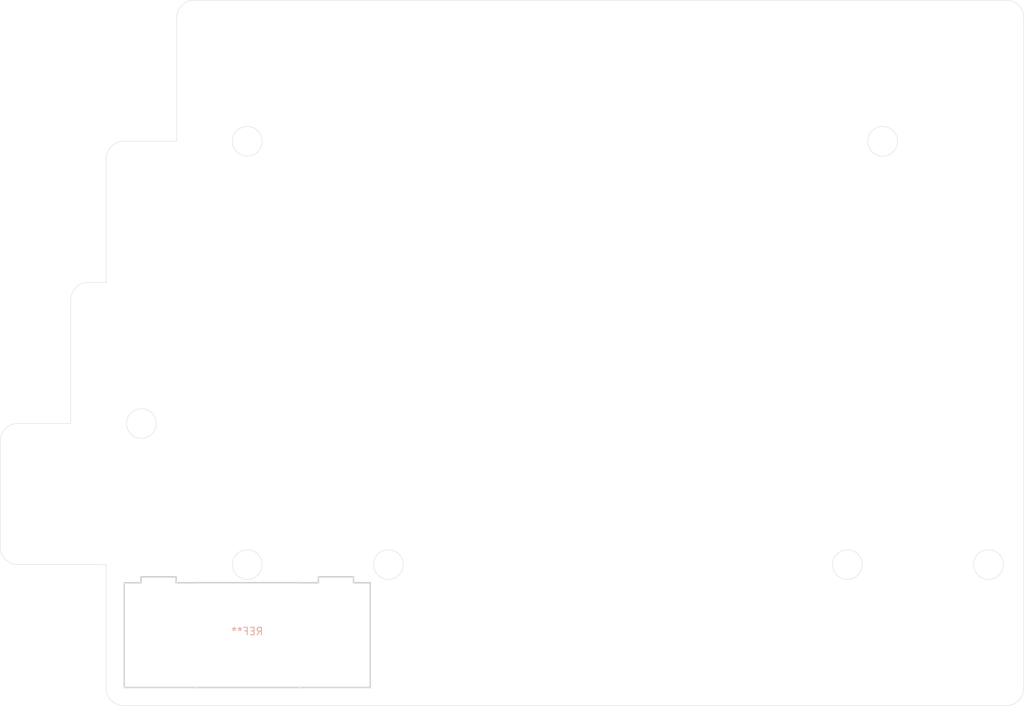
<source format=kicad_pcb>
(kicad_pcb (version 20171130) (host pcbnew 5.1.2-f72e74a~84~ubuntu18.04.1)

  (general
    (thickness 1.6)
    (drawings 29)
    (tracks 0)
    (zones 0)
    (modules 30)
    (nets 1)
  )

  (page A4)
  (layers
    (0 F.Cu signal)
    (31 B.Cu signal hide)
    (32 B.Adhes user hide)
    (33 F.Adhes user hide)
    (34 B.Paste user hide)
    (35 F.Paste user hide)
    (36 B.SilkS user hide)
    (37 F.SilkS user hide)
    (38 B.Mask user hide)
    (39 F.Mask user hide)
    (40 Dwgs.User user hide)
    (41 Cmts.User user hide)
    (42 Eco1.User user hide)
    (43 Eco2.User user hide)
    (44 Edge.Cuts user)
    (45 Margin user hide)
    (46 B.CrtYd user hide)
    (47 F.CrtYd user hide)
    (48 B.Fab user hide)
    (49 F.Fab user hide)
  )

  (setup
    (last_trace_width 0.25)
    (trace_clearance 0.2)
    (zone_clearance 0.508)
    (zone_45_only no)
    (trace_min 0.2)
    (via_size 0.8)
    (via_drill 0.4)
    (via_min_size 0.4)
    (via_min_drill 0.3)
    (uvia_size 0.3)
    (uvia_drill 0.1)
    (uvias_allowed no)
    (uvia_min_size 0.2)
    (uvia_min_drill 0.1)
    (edge_width 0.05)
    (segment_width 0.2)
    (pcb_text_width 0.3)
    (pcb_text_size 1.5 1.5)
    (mod_edge_width 0.12)
    (mod_text_size 1 1)
    (mod_text_width 0.15)
    (pad_size 1.524 1.524)
    (pad_drill 0.762)
    (pad_to_mask_clearance 0.051)
    (solder_mask_min_width 0.25)
    (aux_axis_origin 0 0)
    (visible_elements FFFFFF7F)
    (pcbplotparams
      (layerselection 0x010f0_ffffffff)
      (usegerberextensions true)
      (usegerberattributes false)
      (usegerberadvancedattributes false)
      (creategerberjobfile false)
      (excludeedgelayer true)
      (linewidth 0.100000)
      (plotframeref false)
      (viasonmask false)
      (mode 1)
      (useauxorigin false)
      (hpglpennumber 1)
      (hpglpenspeed 20)
      (hpglpendiameter 15.000000)
      (psnegative false)
      (psa4output false)
      (plotreference true)
      (plotvalue true)
      (plotinvisibletext false)
      (padsonsilk false)
      (subtractmaskfromsilk true)
      (outputformat 1)
      (mirror false)
      (drillshape 0)
      (scaleselection 1)
      (outputdirectory "../gerber-test/pcb/left/"))
  )

  (net 0 "")

  (net_class Default "これはデフォルトのネット クラスです。"
    (clearance 0.2)
    (trace_width 0.25)
    (via_dia 0.8)
    (via_drill 0.4)
    (uvia_dia 0.3)
    (uvia_drill 0.1)
  )

  (net_class Power ""
    (clearance 0.2)
    (trace_width 0.5)
    (via_dia 0.8)
    (via_drill 0.4)
    (uvia_dia 0.3)
    (uvia_drill 0.1)
  )

  (module lib:MX_CUTOFF_BackSpace (layer B.Cu) (tedit 5CF1F4FE) (tstamp 5CFEA572)
    (at 95 123.5)
    (fp_text reference REF** (at 0 -0.5) (layer B.SilkS)
      (effects (font (size 1 1) (thickness 0.15)) (justify mirror))
    )
    (fp_text value MX_CUTOFF_BackSpace (at 0 0.5) (layer B.Fab)
      (effects (font (size 1 1) (thickness 0.15)) (justify mirror))
    )
    (fp_line (start 6.985 7.061549) (end 6.989 7.061149) (layer Edge.Cuts) (width 0.2))
    (fp_line (start 6.980999 7.061149) (end 6.985 7.061549) (layer Edge.Cuts) (width 0.2))
    (fp_line (start -6.980999 7.061149) (end 6.980999 7.061149) (layer Edge.Cuts) (width 0.2))
    (fp_line (start -6.985 7.061549) (end -6.980999 7.061149) (layer Edge.Cuts) (width 0.2))
    (fp_line (start -6.989 7.061149) (end -6.985 7.061549) (layer Edge.Cuts) (width 0.2))
    (fp_line (start -7 7.06005) (end -6.989 7.061149) (layer Edge.Cuts) (width 0.2))
    (fp_line (start -7.014 7.05565) (end -7 7.06005) (layer Edge.Cuts) (width 0.2))
    (fp_line (start -7.025 7.049949) (end -7.014 7.05565) (layer Edge.Cuts) (width 0.2))
    (fp_line (start -16.497999 7.049949) (end -7.025 7.049949) (layer Edge.Cuts) (width 0.2))
    (fp_line (start -16.5 7.050149) (end -16.497999 7.049949) (layer Edge.Cuts) (width 0.2))
    (fp_line (start -16.502 7.049949) (end -16.5 7.050149) (layer Edge.Cuts) (width 0.2))
    (fp_line (start -16.509999 7.04925) (end -16.502 7.049949) (layer Edge.Cuts) (width 0.2))
    (fp_line (start -16.519 7.04635) (end -16.509999 7.04925) (layer Edge.Cuts) (width 0.2))
    (fp_line (start -16.527999 7.041749) (end -16.519 7.04635) (layer Edge.Cuts) (width 0.2))
    (fp_line (start -16.536 7.035449) (end -16.527999 7.041749) (layer Edge.Cuts) (width 0.2))
    (fp_line (start -16.542 7.02785) (end -16.536 7.035449) (layer Edge.Cuts) (width 0.2))
    (fp_line (start -16.545999 7.019149) (end -16.542 7.02785) (layer Edge.Cuts) (width 0.2))
    (fp_line (start -16.549 7.009749) (end -16.545999 7.019149) (layer Edge.Cuts) (width 0.2))
    (fp_line (start -16.55 6.999949) (end -16.549 7.009749) (layer Edge.Cuts) (width 0.2))
    (fp_line (start -16.55 6.99755) (end -16.55 6.999949) (layer Edge.Cuts) (width 0.2))
    (fp_line (start -16.55 -6.99755) (end -16.55 6.99755) (layer Edge.Cuts) (width 0.2))
    (fp_line (start -16.55 -7.00005) (end -16.55 -6.99755) (layer Edge.Cuts) (width 0.2))
    (fp_line (start -16.549 -7.00985) (end -16.55 -7.00005) (layer Edge.Cuts) (width 0.2))
    (fp_line (start -16.545999 -7.01925) (end -16.549 -7.00985) (layer Edge.Cuts) (width 0.2))
    (fp_line (start -16.542 -7.02795) (end -16.545999 -7.01925) (layer Edge.Cuts) (width 0.2))
    (fp_line (start -16.536 -7.03555) (end -16.542 -7.02795) (layer Edge.Cuts) (width 0.2))
    (fp_line (start -16.527999 -7.041849) (end -16.536 -7.03555) (layer Edge.Cuts) (width 0.2))
    (fp_line (start -16.519 -7.04645) (end -16.527999 -7.041849) (layer Edge.Cuts) (width 0.2))
    (fp_line (start -16.509999 -7.04935) (end -16.519 -7.04645) (layer Edge.Cuts) (width 0.2))
    (fp_line (start -16.502 -7.050049) (end -16.509999 -7.04935) (layer Edge.Cuts) (width 0.2))
    (fp_line (start -16.5 -7.05025) (end -16.502 -7.050049) (layer Edge.Cuts) (width 0.2))
    (fp_line (start -16.497999 -7.050049) (end -16.5 -7.05025) (layer Edge.Cuts) (width 0.2))
    (fp_line (start -14.3 -7.050049) (end -16.497999 -7.050049) (layer Edge.Cuts) (width 0.2))
    (fp_line (start -14.3 -7.768749) (end -14.3 -7.050049) (layer Edge.Cuts) (width 0.2))
    (fp_line (start -14.300999 -7.77245) (end -14.3 -7.768749) (layer Edge.Cuts) (width 0.2))
    (fp_line (start -14.299 -7.78735) (end -14.300999 -7.77245) (layer Edge.Cuts) (width 0.2))
    (fp_line (start -14.294999 -7.801749) (end -14.299 -7.78735) (layer Edge.Cuts) (width 0.2))
    (fp_line (start -14.288 -7.814949) (end -14.294999 -7.801749) (layer Edge.Cuts) (width 0.2))
    (fp_line (start -14.277999 -7.826549) (end -14.288 -7.814949) (layer Edge.Cuts) (width 0.2))
    (fp_line (start -14.267 -7.83615) (end -14.277999 -7.826549) (layer Edge.Cuts) (width 0.2))
    (fp_line (start -14.252999 -7.84315) (end -14.267 -7.83615) (layer Edge.Cuts) (width 0.2))
    (fp_line (start -14.239 -7.847549) (end -14.252999 -7.84315) (layer Edge.Cuts) (width 0.2))
    (fp_line (start -14.223999 -7.84905) (end -14.239 -7.847549) (layer Edge.Cuts) (width 0.2))
    (fp_line (start -14.22 -7.84865) (end -14.223999 -7.84905) (layer Edge.Cuts) (width 0.2))
    (fp_line (start -9.656 -7.84865) (end -14.22 -7.84865) (layer Edge.Cuts) (width 0.2))
    (fp_line (start -9.651999 -7.84905) (end -9.656 -7.84865) (layer Edge.Cuts) (width 0.2))
    (fp_line (start -9.647999 -7.84865) (end -9.651999 -7.84905) (layer Edge.Cuts) (width 0.2))
    (fp_line (start -9.637 -7.847549) (end -9.647999 -7.84865) (layer Edge.Cuts) (width 0.2))
    (fp_line (start -9.622999 -7.84315) (end -9.637 -7.847549) (layer Edge.Cuts) (width 0.2))
    (fp_line (start -9.609 -7.83615) (end -9.622999 -7.84315) (layer Edge.Cuts) (width 0.2))
    (fp_line (start -9.598 -7.826549) (end -9.609 -7.83615) (layer Edge.Cuts) (width 0.2))
    (fp_line (start -9.587999 -7.814949) (end -9.598 -7.826549) (layer Edge.Cuts) (width 0.2))
    (fp_line (start -9.580999 -7.801749) (end -9.587999 -7.814949) (layer Edge.Cuts) (width 0.2))
    (fp_line (start -9.576999 -7.78735) (end -9.580999 -7.801749) (layer Edge.Cuts) (width 0.2))
    (fp_line (start -9.574999 -7.77245) (end -9.576999 -7.78735) (layer Edge.Cuts) (width 0.2))
    (fp_line (start -9.575999 -7.768749) (end -9.574999 -7.77245) (layer Edge.Cuts) (width 0.2))
    (fp_line (start -9.575999 -7.050049) (end -9.575999 -7.768749) (layer Edge.Cuts) (width 0.2))
    (fp_line (start -7.025 -7.050049) (end -9.575999 -7.050049) (layer Edge.Cuts) (width 0.2))
    (fp_line (start -7.014 -7.05575) (end -7.025 -7.050049) (layer Edge.Cuts) (width 0.2))
    (fp_line (start -7 -7.06015) (end -7.014 -7.05575) (layer Edge.Cuts) (width 0.2))
    (fp_line (start -6.985 -7.06165) (end -7 -7.06015) (layer Edge.Cuts) (width 0.2))
    (fp_line (start -6.980999 -7.06125) (end -6.985 -7.06165) (layer Edge.Cuts) (width 0.2))
    (fp_line (start 6.980999 -7.06125) (end -6.980999 -7.06125) (layer Edge.Cuts) (width 0.2))
    (fp_line (start 6.985 -7.06165) (end 6.980999 -7.06125) (layer Edge.Cuts) (width 0.2))
    (fp_line (start 6.989 -7.06125) (end 6.985 -7.06165) (layer Edge.Cuts) (width 0.2))
    (fp_line (start 7 -7.06015) (end 6.989 -7.06125) (layer Edge.Cuts) (width 0.2))
    (fp_line (start 7.014 -7.05575) (end 7 -7.06015) (layer Edge.Cuts) (width 0.2))
    (fp_line (start 7.025 -7.050049) (end 7.014 -7.05575) (layer Edge.Cuts) (width 0.2))
    (fp_line (start 9.575999 -7.050049) (end 7.025 -7.050049) (layer Edge.Cuts) (width 0.2))
    (fp_line (start 9.575999 -7.768749) (end 9.575999 -7.050049) (layer Edge.Cuts) (width 0.2))
    (fp_line (start 9.574999 -7.77245) (end 9.575999 -7.768749) (layer Edge.Cuts) (width 0.2))
    (fp_line (start 9.576999 -7.78735) (end 9.574999 -7.77245) (layer Edge.Cuts) (width 0.2))
    (fp_line (start 9.580999 -7.801749) (end 9.576999 -7.78735) (layer Edge.Cuts) (width 0.2))
    (fp_line (start 9.587999 -7.814949) (end 9.580999 -7.801749) (layer Edge.Cuts) (width 0.2))
    (fp_line (start 9.598 -7.826549) (end 9.587999 -7.814949) (layer Edge.Cuts) (width 0.2))
    (fp_line (start 9.609 -7.83615) (end 9.598 -7.826549) (layer Edge.Cuts) (width 0.2))
    (fp_line (start 9.622999 -7.84315) (end 9.609 -7.83615) (layer Edge.Cuts) (width 0.2))
    (fp_line (start 9.637 -7.847549) (end 9.622999 -7.84315) (layer Edge.Cuts) (width 0.2))
    (fp_line (start 9.651999 -7.84905) (end 9.637 -7.847549) (layer Edge.Cuts) (width 0.2))
    (fp_line (start 9.656 -7.84865) (end 9.651999 -7.84905) (layer Edge.Cuts) (width 0.2))
    (fp_line (start 14.22 -7.84865) (end 9.656 -7.84865) (layer Edge.Cuts) (width 0.2))
    (fp_line (start 14.223999 -7.84905) (end 14.22 -7.84865) (layer Edge.Cuts) (width 0.2))
    (fp_line (start 14.228 -7.84865) (end 14.223999 -7.84905) (layer Edge.Cuts) (width 0.2))
    (fp_line (start 14.239 -7.847549) (end 14.228 -7.84865) (layer Edge.Cuts) (width 0.2))
    (fp_line (start 14.252999 -7.84315) (end 14.239 -7.847549) (layer Edge.Cuts) (width 0.2))
    (fp_line (start 14.267 -7.83615) (end 14.252999 -7.84315) (layer Edge.Cuts) (width 0.2))
    (fp_line (start 14.277999 -7.826549) (end 14.267 -7.83615) (layer Edge.Cuts) (width 0.2))
    (fp_line (start 14.288 -7.814949) (end 14.277999 -7.826549) (layer Edge.Cuts) (width 0.2))
    (fp_line (start 14.294999 -7.801749) (end 14.288 -7.814949) (layer Edge.Cuts) (width 0.2))
    (fp_line (start 14.299 -7.78735) (end 14.294999 -7.801749) (layer Edge.Cuts) (width 0.2))
    (fp_line (start 14.300999 -7.77245) (end 14.299 -7.78735) (layer Edge.Cuts) (width 0.2))
    (fp_line (start 14.3 -7.768749) (end 14.300999 -7.77245) (layer Edge.Cuts) (width 0.2))
    (fp_line (start 14.3 -7.050049) (end 14.3 -7.768749) (layer Edge.Cuts) (width 0.2))
    (fp_line (start 16.497999 -7.050049) (end 14.3 -7.050049) (layer Edge.Cuts) (width 0.2))
    (fp_line (start 16.5 -7.05025) (end 16.497999 -7.050049) (layer Edge.Cuts) (width 0.2))
    (fp_line (start 16.502 -7.050049) (end 16.5 -7.05025) (layer Edge.Cuts) (width 0.2))
    (fp_line (start 16.509999 -7.04935) (end 16.502 -7.050049) (layer Edge.Cuts) (width 0.2))
    (fp_line (start 16.519 -7.04645) (end 16.509999 -7.04935) (layer Edge.Cuts) (width 0.2))
    (fp_line (start 16.527999 -7.041849) (end 16.519 -7.04645) (layer Edge.Cuts) (width 0.2))
    (fp_line (start 16.536 -7.03555) (end 16.527999 -7.041849) (layer Edge.Cuts) (width 0.2))
    (fp_line (start 16.542 -7.02795) (end 16.536 -7.03555) (layer Edge.Cuts) (width 0.2))
    (fp_line (start 16.545999 -7.01925) (end 16.542 -7.02795) (layer Edge.Cuts) (width 0.2))
    (fp_line (start 16.549 -7.00985) (end 16.545999 -7.01925) (layer Edge.Cuts) (width 0.2))
    (fp_line (start 16.55 -7.00005) (end 16.549 -7.00985) (layer Edge.Cuts) (width 0.2))
    (fp_line (start 16.55 -6.99765) (end 16.55 -7.00005) (layer Edge.Cuts) (width 0.2))
    (fp_line (start 16.55 6.99755) (end 16.55 -6.99765) (layer Edge.Cuts) (width 0.2))
    (fp_line (start 16.55 6.999949) (end 16.55 6.99755) (layer Edge.Cuts) (width 0.2))
    (fp_line (start 16.549 7.009749) (end 16.55 6.999949) (layer Edge.Cuts) (width 0.2))
    (fp_line (start 16.545999 7.019149) (end 16.549 7.009749) (layer Edge.Cuts) (width 0.2))
    (fp_line (start 16.542 7.02785) (end 16.545999 7.019149) (layer Edge.Cuts) (width 0.2))
    (fp_line (start 16.536 7.035449) (end 16.542 7.02785) (layer Edge.Cuts) (width 0.2))
    (fp_line (start 16.527999 7.041749) (end 16.536 7.035449) (layer Edge.Cuts) (width 0.2))
    (fp_line (start 16.519 7.04635) (end 16.527999 7.041749) (layer Edge.Cuts) (width 0.2))
    (fp_line (start 16.509999 7.04925) (end 16.519 7.04635) (layer Edge.Cuts) (width 0.2))
    (fp_line (start 16.502 7.049949) (end 16.509999 7.04925) (layer Edge.Cuts) (width 0.2))
    (fp_line (start 16.5 7.050149) (end 16.502 7.049949) (layer Edge.Cuts) (width 0.2))
    (fp_line (start 16.497999 7.049949) (end 16.5 7.050149) (layer Edge.Cuts) (width 0.2))
    (fp_line (start 7.025 7.049949) (end 16.497999 7.049949) (layer Edge.Cuts) (width 0.2))
    (fp_line (start 7.014 7.05565) (end 7.025 7.049949) (layer Edge.Cuts) (width 0.2))
    (fp_line (start 7 7.06005) (end 7.014 7.05565) (layer Edge.Cuts) (width 0.2))
    (fp_line (start 6.989 7.061149) (end 7 7.06005) (layer Edge.Cuts) (width 0.2))
  )

  (module lib:MX_CUTOUT_min_dril_1mm (layer B.Cu) (tedit 5CF53254) (tstamp 5CFEA33E)
    (at 95 47.5 180)
    (fp_text reference MX_CUTOUT (at 0 -1.5) (layer B.SilkS) hide
      (effects (font (size 1 1) (thickness 0.15)) (justify mirror))
    )
    (fp_text value VAL** (at 0 0) (layer B.SilkS) hide
      (effects (font (size 1 1) (thickness 0.15)) (justify mirror))
    )
    (fp_line (start -7 7) (end 7 7) (layer Dwgs.User) (width 0.12))
    (fp_line (start 7 7) (end 7 -7) (layer Dwgs.User) (width 0.12))
    (fp_line (start 7 -7) (end -7 -7) (layer Dwgs.User) (width 0.12))
    (fp_line (start -7 -7) (end -7 7) (layer Dwgs.User) (width 0.12))
    (pad "" np_thru_hole circle (at -6.75 6.75 180) (size 1 1) (drill 1) (layers *.Cu *.Mask))
    (pad "" np_thru_hole circle (at 6.75 6.75 180) (size 1 1) (drill 1) (layers *.Cu *.Mask))
    (pad "" np_thru_hole circle (at 6.75 -6.75 180) (size 1 1) (drill 1) (layers *.Cu *.Mask))
    (pad "" np_thru_hole circle (at -6.75 -6.75 180) (size 1 1) (drill 1) (layers *.Cu *.Mask))
    (pad "" np_thru_hole oval (at 0 6.5 180) (size 14 1) (drill oval 14 1) (layers *.Cu *.Mask))
    (pad "" np_thru_hole oval (at 0 -6.5 180) (size 14 1) (drill oval 14 1) (layers *.Cu *.Mask))
    (pad "" np_thru_hole oval (at -6.5 0 90) (size 14 1) (drill oval 14 1) (layers *.Cu *.Mask))
    (pad "" np_thru_hole oval (at 6.5 0 90) (size 14 1) (drill oval 14 1) (layers *.Cu *.Mask))
  )

  (module lib:MX_CUTOUT_min_dril_1mm (layer B.Cu) (tedit 5CF53254) (tstamp 5CFEA320)
    (at 114 47.5 180)
    (fp_text reference MX_CUTOUT (at 0 -1.5) (layer B.SilkS) hide
      (effects (font (size 1 1) (thickness 0.15)) (justify mirror))
    )
    (fp_text value VAL** (at 0 0) (layer B.SilkS) hide
      (effects (font (size 1 1) (thickness 0.15)) (justify mirror))
    )
    (fp_line (start -7 -7) (end -7 7) (layer Dwgs.User) (width 0.12))
    (fp_line (start 7 -7) (end -7 -7) (layer Dwgs.User) (width 0.12))
    (fp_line (start 7 7) (end 7 -7) (layer Dwgs.User) (width 0.12))
    (fp_line (start -7 7) (end 7 7) (layer Dwgs.User) (width 0.12))
    (pad "" np_thru_hole oval (at 6.5 0 90) (size 14 1) (drill oval 14 1) (layers *.Cu *.Mask))
    (pad "" np_thru_hole oval (at -6.5 0 90) (size 14 1) (drill oval 14 1) (layers *.Cu *.Mask))
    (pad "" np_thru_hole oval (at 0 -6.5 180) (size 14 1) (drill oval 14 1) (layers *.Cu *.Mask))
    (pad "" np_thru_hole oval (at 0 6.5 180) (size 14 1) (drill oval 14 1) (layers *.Cu *.Mask))
    (pad "" np_thru_hole circle (at -6.75 -6.75 180) (size 1 1) (drill 1) (layers *.Cu *.Mask))
    (pad "" np_thru_hole circle (at 6.75 -6.75 180) (size 1 1) (drill 1) (layers *.Cu *.Mask))
    (pad "" np_thru_hole circle (at 6.75 6.75 180) (size 1 1) (drill 1) (layers *.Cu *.Mask))
    (pad "" np_thru_hole circle (at -6.75 6.75 180) (size 1 1) (drill 1) (layers *.Cu *.Mask))
  )

  (module lib:MX_CUTOUT_min_dril_1mm (layer B.Cu) (tedit 5CF53254) (tstamp 5CFEA20B)
    (at 85.5 66.5 180)
    (fp_text reference MX_CUTOUT (at 0 -1.5) (layer B.SilkS) hide
      (effects (font (size 1 1) (thickness 0.15)) (justify mirror))
    )
    (fp_text value VAL** (at 0 0) (layer B.SilkS) hide
      (effects (font (size 1 1) (thickness 0.15)) (justify mirror))
    )
    (fp_line (start -7 7) (end 7 7) (layer Dwgs.User) (width 0.12))
    (fp_line (start 7 7) (end 7 -7) (layer Dwgs.User) (width 0.12))
    (fp_line (start 7 -7) (end -7 -7) (layer Dwgs.User) (width 0.12))
    (fp_line (start -7 -7) (end -7 7) (layer Dwgs.User) (width 0.12))
    (pad "" np_thru_hole circle (at -6.75 6.75 180) (size 1 1) (drill 1) (layers *.Cu *.Mask))
    (pad "" np_thru_hole circle (at 6.75 6.75 180) (size 1 1) (drill 1) (layers *.Cu *.Mask))
    (pad "" np_thru_hole circle (at 6.75 -6.75 180) (size 1 1) (drill 1) (layers *.Cu *.Mask))
    (pad "" np_thru_hole circle (at -6.75 -6.75 180) (size 1 1) (drill 1) (layers *.Cu *.Mask))
    (pad "" np_thru_hole oval (at 0 6.5 180) (size 14 1) (drill oval 14 1) (layers *.Cu *.Mask))
    (pad "" np_thru_hole oval (at 0 -6.5 180) (size 14 1) (drill oval 14 1) (layers *.Cu *.Mask))
    (pad "" np_thru_hole oval (at -6.5 0 90) (size 14 1) (drill oval 14 1) (layers *.Cu *.Mask))
    (pad "" np_thru_hole oval (at 6.5 0 90) (size 14 1) (drill oval 14 1) (layers *.Cu *.Mask))
  )

  (module lib:MX_CUTOUT_min_dril_1mm (layer B.Cu) (tedit 5CF53254) (tstamp 5CFEA1ED)
    (at 104.5 66.5 180)
    (fp_text reference MX_CUTOUT (at 0 -1.5) (layer B.SilkS) hide
      (effects (font (size 1 1) (thickness 0.15)) (justify mirror))
    )
    (fp_text value VAL** (at 0 0) (layer B.SilkS) hide
      (effects (font (size 1 1) (thickness 0.15)) (justify mirror))
    )
    (fp_line (start -7 -7) (end -7 7) (layer Dwgs.User) (width 0.12))
    (fp_line (start 7 -7) (end -7 -7) (layer Dwgs.User) (width 0.12))
    (fp_line (start 7 7) (end 7 -7) (layer Dwgs.User) (width 0.12))
    (fp_line (start -7 7) (end 7 7) (layer Dwgs.User) (width 0.12))
    (pad "" np_thru_hole oval (at 6.5 0 90) (size 14 1) (drill oval 14 1) (layers *.Cu *.Mask))
    (pad "" np_thru_hole oval (at -6.5 0 90) (size 14 1) (drill oval 14 1) (layers *.Cu *.Mask))
    (pad "" np_thru_hole oval (at 0 -6.5 180) (size 14 1) (drill oval 14 1) (layers *.Cu *.Mask))
    (pad "" np_thru_hole oval (at 0 6.5 180) (size 14 1) (drill oval 14 1) (layers *.Cu *.Mask))
    (pad "" np_thru_hole circle (at -6.75 -6.75 180) (size 1 1) (drill 1) (layers *.Cu *.Mask))
    (pad "" np_thru_hole circle (at 6.75 -6.75 180) (size 1 1) (drill 1) (layers *.Cu *.Mask))
    (pad "" np_thru_hole circle (at 6.75 6.75 180) (size 1 1) (drill 1) (layers *.Cu *.Mask))
    (pad "" np_thru_hole circle (at -6.75 6.75 180) (size 1 1) (drill 1) (layers *.Cu *.Mask))
  )

  (module lib:MX_CUTOUT_min_dril_1mm (layer B.Cu) (tedit 5CF53254) (tstamp 5CFEA1A1)
    (at 123.5 66.5 180)
    (fp_text reference MX_CUTOUT (at 0 -1.5) (layer B.SilkS) hide
      (effects (font (size 1 1) (thickness 0.15)) (justify mirror))
    )
    (fp_text value VAL** (at 0 0) (layer B.SilkS) hide
      (effects (font (size 1 1) (thickness 0.15)) (justify mirror))
    )
    (fp_line (start -7 -7) (end -7 7) (layer Dwgs.User) (width 0.12))
    (fp_line (start 7 -7) (end -7 -7) (layer Dwgs.User) (width 0.12))
    (fp_line (start 7 7) (end 7 -7) (layer Dwgs.User) (width 0.12))
    (fp_line (start -7 7) (end 7 7) (layer Dwgs.User) (width 0.12))
    (pad "" np_thru_hole oval (at 6.5 0 90) (size 14 1) (drill oval 14 1) (layers *.Cu *.Mask))
    (pad "" np_thru_hole oval (at -6.5 0 90) (size 14 1) (drill oval 14 1) (layers *.Cu *.Mask))
    (pad "" np_thru_hole oval (at 0 -6.5 180) (size 14 1) (drill oval 14 1) (layers *.Cu *.Mask))
    (pad "" np_thru_hole oval (at 0 6.5 180) (size 14 1) (drill oval 14 1) (layers *.Cu *.Mask))
    (pad "" np_thru_hole circle (at -6.75 -6.75 180) (size 1 1) (drill 1) (layers *.Cu *.Mask))
    (pad "" np_thru_hole circle (at 6.75 -6.75 180) (size 1 1) (drill 1) (layers *.Cu *.Mask))
    (pad "" np_thru_hole circle (at 6.75 6.75 180) (size 1 1) (drill 1) (layers *.Cu *.Mask))
    (pad "" np_thru_hole circle (at -6.75 6.75 180) (size 1 1) (drill 1) (layers *.Cu *.Mask))
  )

  (module lib:MX_CUTOUT_min_dril_1mm (layer B.Cu) (tedit 5CF53254) (tstamp 5CFEA08E)
    (at 80.75 85.5 180)
    (fp_text reference MX_CUTOUT (at 0 -1.5) (layer B.SilkS) hide
      (effects (font (size 1 1) (thickness 0.15)) (justify mirror))
    )
    (fp_text value VAL** (at 0 0) (layer B.SilkS) hide
      (effects (font (size 1 1) (thickness 0.15)) (justify mirror))
    )
    (fp_line (start -7 7) (end 7 7) (layer Dwgs.User) (width 0.12))
    (fp_line (start 7 7) (end 7 -7) (layer Dwgs.User) (width 0.12))
    (fp_line (start 7 -7) (end -7 -7) (layer Dwgs.User) (width 0.12))
    (fp_line (start -7 -7) (end -7 7) (layer Dwgs.User) (width 0.12))
    (pad "" np_thru_hole circle (at -6.75 6.75 180) (size 1 1) (drill 1) (layers *.Cu *.Mask))
    (pad "" np_thru_hole circle (at 6.75 6.75 180) (size 1 1) (drill 1) (layers *.Cu *.Mask))
    (pad "" np_thru_hole circle (at 6.75 -6.75 180) (size 1 1) (drill 1) (layers *.Cu *.Mask))
    (pad "" np_thru_hole circle (at -6.75 -6.75 180) (size 1 1) (drill 1) (layers *.Cu *.Mask))
    (pad "" np_thru_hole oval (at 0 6.5 180) (size 14 1) (drill oval 14 1) (layers *.Cu *.Mask))
    (pad "" np_thru_hole oval (at 0 -6.5 180) (size 14 1) (drill oval 14 1) (layers *.Cu *.Mask))
    (pad "" np_thru_hole oval (at -6.5 0 90) (size 14 1) (drill oval 14 1) (layers *.Cu *.Mask))
    (pad "" np_thru_hole oval (at 6.5 0 90) (size 14 1) (drill oval 14 1) (layers *.Cu *.Mask))
  )

  (module lib:MX_CUTOUT_min_dril_1mm (layer B.Cu) (tedit 5CF53254) (tstamp 5CFEA070)
    (at 71.25 104.5 180)
    (fp_text reference MX_CUTOUT (at 0 -1.5) (layer B.SilkS) hide
      (effects (font (size 1 1) (thickness 0.15)) (justify mirror))
    )
    (fp_text value VAL** (at 0 0) (layer B.SilkS) hide
      (effects (font (size 1 1) (thickness 0.15)) (justify mirror))
    )
    (fp_line (start -7 -7) (end -7 7) (layer Dwgs.User) (width 0.12))
    (fp_line (start 7 -7) (end -7 -7) (layer Dwgs.User) (width 0.12))
    (fp_line (start 7 7) (end 7 -7) (layer Dwgs.User) (width 0.12))
    (fp_line (start -7 7) (end 7 7) (layer Dwgs.User) (width 0.12))
    (pad "" np_thru_hole oval (at 6.5 0 90) (size 14 1) (drill oval 14 1) (layers *.Cu *.Mask))
    (pad "" np_thru_hole oval (at -6.5 0 90) (size 14 1) (drill oval 14 1) (layers *.Cu *.Mask))
    (pad "" np_thru_hole oval (at 0 -6.5 180) (size 14 1) (drill oval 14 1) (layers *.Cu *.Mask))
    (pad "" np_thru_hole oval (at 0 6.5 180) (size 14 1) (drill oval 14 1) (layers *.Cu *.Mask))
    (pad "" np_thru_hole circle (at -6.75 -6.75 180) (size 1 1) (drill 1) (layers *.Cu *.Mask))
    (pad "" np_thru_hole circle (at 6.75 -6.75 180) (size 1 1) (drill 1) (layers *.Cu *.Mask))
    (pad "" np_thru_hole circle (at 6.75 6.75 180) (size 1 1) (drill 1) (layers *.Cu *.Mask))
    (pad "" np_thru_hole circle (at -6.75 6.75 180) (size 1 1) (drill 1) (layers *.Cu *.Mask))
  )

  (module lib:MX_CUTOUT_min_dril_1mm (layer B.Cu) (tedit 5CF53254) (tstamp 5CFEA052)
    (at 118.75 85.5 180)
    (fp_text reference MX_CUTOUT (at 0 -1.5) (layer B.SilkS) hide
      (effects (font (size 1 1) (thickness 0.15)) (justify mirror))
    )
    (fp_text value VAL** (at 0 0) (layer B.SilkS) hide
      (effects (font (size 1 1) (thickness 0.15)) (justify mirror))
    )
    (fp_line (start -7 7) (end 7 7) (layer Dwgs.User) (width 0.12))
    (fp_line (start 7 7) (end 7 -7) (layer Dwgs.User) (width 0.12))
    (fp_line (start 7 -7) (end -7 -7) (layer Dwgs.User) (width 0.12))
    (fp_line (start -7 -7) (end -7 7) (layer Dwgs.User) (width 0.12))
    (pad "" np_thru_hole circle (at -6.75 6.75 180) (size 1 1) (drill 1) (layers *.Cu *.Mask))
    (pad "" np_thru_hole circle (at 6.75 6.75 180) (size 1 1) (drill 1) (layers *.Cu *.Mask))
    (pad "" np_thru_hole circle (at 6.75 -6.75 180) (size 1 1) (drill 1) (layers *.Cu *.Mask))
    (pad "" np_thru_hole circle (at -6.75 -6.75 180) (size 1 1) (drill 1) (layers *.Cu *.Mask))
    (pad "" np_thru_hole oval (at 0 6.5 180) (size 14 1) (drill oval 14 1) (layers *.Cu *.Mask))
    (pad "" np_thru_hole oval (at 0 -6.5 180) (size 14 1) (drill oval 14 1) (layers *.Cu *.Mask))
    (pad "" np_thru_hole oval (at -6.5 0 90) (size 14 1) (drill oval 14 1) (layers *.Cu *.Mask))
    (pad "" np_thru_hole oval (at 6.5 0 90) (size 14 1) (drill oval 14 1) (layers *.Cu *.Mask))
  )

  (module lib:MX_CUTOUT_min_dril_1mm (layer B.Cu) (tedit 5CF53254) (tstamp 5CFEA034)
    (at 99.75 85.5 180)
    (fp_text reference MX_CUTOUT (at 0 -1.5) (layer B.SilkS) hide
      (effects (font (size 1 1) (thickness 0.15)) (justify mirror))
    )
    (fp_text value VAL** (at 0 0) (layer B.SilkS) hide
      (effects (font (size 1 1) (thickness 0.15)) (justify mirror))
    )
    (fp_line (start -7 -7) (end -7 7) (layer Dwgs.User) (width 0.12))
    (fp_line (start 7 -7) (end -7 -7) (layer Dwgs.User) (width 0.12))
    (fp_line (start 7 7) (end 7 -7) (layer Dwgs.User) (width 0.12))
    (fp_line (start -7 7) (end 7 7) (layer Dwgs.User) (width 0.12))
    (pad "" np_thru_hole oval (at 6.5 0 90) (size 14 1) (drill oval 14 1) (layers *.Cu *.Mask))
    (pad "" np_thru_hole oval (at -6.5 0 90) (size 14 1) (drill oval 14 1) (layers *.Cu *.Mask))
    (pad "" np_thru_hole oval (at 0 -6.5 180) (size 14 1) (drill oval 14 1) (layers *.Cu *.Mask))
    (pad "" np_thru_hole oval (at 0 6.5 180) (size 14 1) (drill oval 14 1) (layers *.Cu *.Mask))
    (pad "" np_thru_hole circle (at -6.75 -6.75 180) (size 1 1) (drill 1) (layers *.Cu *.Mask))
    (pad "" np_thru_hole circle (at 6.75 -6.75 180) (size 1 1) (drill 1) (layers *.Cu *.Mask))
    (pad "" np_thru_hole circle (at 6.75 6.75 180) (size 1 1) (drill 1) (layers *.Cu *.Mask))
    (pad "" np_thru_hole circle (at -6.75 6.75 180) (size 1 1) (drill 1) (layers *.Cu *.Mask))
  )

  (module lib:MX_CUTOUT_min_dril_1mm (layer B.Cu) (tedit 5CF53254) (tstamp 5CFEA016)
    (at 90.25 104.5 180)
    (fp_text reference MX_CUTOUT (at 0 -1.5) (layer B.SilkS) hide
      (effects (font (size 1 1) (thickness 0.15)) (justify mirror))
    )
    (fp_text value VAL** (at 0 0) (layer B.SilkS) hide
      (effects (font (size 1 1) (thickness 0.15)) (justify mirror))
    )
    (fp_line (start -7 7) (end 7 7) (layer Dwgs.User) (width 0.12))
    (fp_line (start 7 7) (end 7 -7) (layer Dwgs.User) (width 0.12))
    (fp_line (start 7 -7) (end -7 -7) (layer Dwgs.User) (width 0.12))
    (fp_line (start -7 -7) (end -7 7) (layer Dwgs.User) (width 0.12))
    (pad "" np_thru_hole circle (at -6.75 6.75 180) (size 1 1) (drill 1) (layers *.Cu *.Mask))
    (pad "" np_thru_hole circle (at 6.75 6.75 180) (size 1 1) (drill 1) (layers *.Cu *.Mask))
    (pad "" np_thru_hole circle (at 6.75 -6.75 180) (size 1 1) (drill 1) (layers *.Cu *.Mask))
    (pad "" np_thru_hole circle (at -6.75 -6.75 180) (size 1 1) (drill 1) (layers *.Cu *.Mask))
    (pad "" np_thru_hole oval (at 0 6.5 180) (size 14 1) (drill oval 14 1) (layers *.Cu *.Mask))
    (pad "" np_thru_hole oval (at 0 -6.5 180) (size 14 1) (drill oval 14 1) (layers *.Cu *.Mask))
    (pad "" np_thru_hole oval (at -6.5 0 90) (size 14 1) (drill oval 14 1) (layers *.Cu *.Mask))
    (pad "" np_thru_hole oval (at 6.5 0 90) (size 14 1) (drill oval 14 1) (layers *.Cu *.Mask))
  )

  (module lib:MX_CUTOUT_min_dril_1mm (layer B.Cu) (tedit 5CF53254) (tstamp 5CFE9FF8)
    (at 109.25 104.5 180)
    (fp_text reference MX_CUTOUT (at 0 -1.5) (layer B.SilkS) hide
      (effects (font (size 1 1) (thickness 0.15)) (justify mirror))
    )
    (fp_text value VAL** (at 0 0) (layer B.SilkS) hide
      (effects (font (size 1 1) (thickness 0.15)) (justify mirror))
    )
    (fp_line (start -7 -7) (end -7 7) (layer Dwgs.User) (width 0.12))
    (fp_line (start 7 -7) (end -7 -7) (layer Dwgs.User) (width 0.12))
    (fp_line (start 7 7) (end 7 -7) (layer Dwgs.User) (width 0.12))
    (fp_line (start -7 7) (end 7 7) (layer Dwgs.User) (width 0.12))
    (pad "" np_thru_hole oval (at 6.5 0 90) (size 14 1) (drill oval 14 1) (layers *.Cu *.Mask))
    (pad "" np_thru_hole oval (at -6.5 0 90) (size 14 1) (drill oval 14 1) (layers *.Cu *.Mask))
    (pad "" np_thru_hole oval (at 0 -6.5 180) (size 14 1) (drill oval 14 1) (layers *.Cu *.Mask))
    (pad "" np_thru_hole oval (at 0 6.5 180) (size 14 1) (drill oval 14 1) (layers *.Cu *.Mask))
    (pad "" np_thru_hole circle (at -6.75 -6.75 180) (size 1 1) (drill 1) (layers *.Cu *.Mask))
    (pad "" np_thru_hole circle (at 6.75 -6.75 180) (size 1 1) (drill 1) (layers *.Cu *.Mask))
    (pad "" np_thru_hole circle (at 6.75 6.75 180) (size 1 1) (drill 1) (layers *.Cu *.Mask))
    (pad "" np_thru_hole circle (at -6.75 6.75 180) (size 1 1) (drill 1) (layers *.Cu *.Mask))
  )

  (module lib:MX_CUTOUT_min_dril_1mm (layer B.Cu) (tedit 5CF53254) (tstamp 5CFE9FDA)
    (at 128.25 104.5 180)
    (fp_text reference MX_CUTOUT (at 0 -1.5) (layer B.SilkS) hide
      (effects (font (size 1 1) (thickness 0.15)) (justify mirror))
    )
    (fp_text value VAL** (at 0 0) (layer B.SilkS) hide
      (effects (font (size 1 1) (thickness 0.15)) (justify mirror))
    )
    (fp_line (start -7 7) (end 7 7) (layer Dwgs.User) (width 0.12))
    (fp_line (start 7 7) (end 7 -7) (layer Dwgs.User) (width 0.12))
    (fp_line (start 7 -7) (end -7 -7) (layer Dwgs.User) (width 0.12))
    (fp_line (start -7 -7) (end -7 7) (layer Dwgs.User) (width 0.12))
    (pad "" np_thru_hole circle (at -6.75 6.75 180) (size 1 1) (drill 1) (layers *.Cu *.Mask))
    (pad "" np_thru_hole circle (at 6.75 6.75 180) (size 1 1) (drill 1) (layers *.Cu *.Mask))
    (pad "" np_thru_hole circle (at 6.75 -6.75 180) (size 1 1) (drill 1) (layers *.Cu *.Mask))
    (pad "" np_thru_hole circle (at -6.75 -6.75 180) (size 1 1) (drill 1) (layers *.Cu *.Mask))
    (pad "" np_thru_hole oval (at 0 6.5 180) (size 14 1) (drill oval 14 1) (layers *.Cu *.Mask))
    (pad "" np_thru_hole oval (at 0 -6.5 180) (size 14 1) (drill oval 14 1) (layers *.Cu *.Mask))
    (pad "" np_thru_hole oval (at -6.5 0 90) (size 14 1) (drill oval 14 1) (layers *.Cu *.Mask))
    (pad "" np_thru_hole oval (at 6.5 0 90) (size 14 1) (drill oval 14 1) (layers *.Cu *.Mask))
  )

  (module lib:MX_CUTOUT_min_dril_1mm (layer B.Cu) (tedit 5CF53254) (tstamp 5CFE9FBC)
    (at 123.5 123.5 180)
    (fp_text reference MX_CUTOUT (at 0 -1.5) (layer B.SilkS) hide
      (effects (font (size 1 1) (thickness 0.15)) (justify mirror))
    )
    (fp_text value VAL** (at 0 0) (layer B.SilkS) hide
      (effects (font (size 1 1) (thickness 0.15)) (justify mirror))
    )
    (fp_line (start -7 -7) (end -7 7) (layer Dwgs.User) (width 0.12))
    (fp_line (start 7 -7) (end -7 -7) (layer Dwgs.User) (width 0.12))
    (fp_line (start 7 7) (end 7 -7) (layer Dwgs.User) (width 0.12))
    (fp_line (start -7 7) (end 7 7) (layer Dwgs.User) (width 0.12))
    (pad "" np_thru_hole oval (at 6.5 0 90) (size 14 1) (drill oval 14 1) (layers *.Cu *.Mask))
    (pad "" np_thru_hole oval (at -6.5 0 90) (size 14 1) (drill oval 14 1) (layers *.Cu *.Mask))
    (pad "" np_thru_hole oval (at 0 -6.5 180) (size 14 1) (drill oval 14 1) (layers *.Cu *.Mask))
    (pad "" np_thru_hole oval (at 0 6.5 180) (size 14 1) (drill oval 14 1) (layers *.Cu *.Mask))
    (pad "" np_thru_hole circle (at -6.75 -6.75 180) (size 1 1) (drill 1) (layers *.Cu *.Mask))
    (pad "" np_thru_hole circle (at 6.75 -6.75 180) (size 1 1) (drill 1) (layers *.Cu *.Mask))
    (pad "" np_thru_hole circle (at 6.75 6.75 180) (size 1 1) (drill 1) (layers *.Cu *.Mask))
    (pad "" np_thru_hole circle (at -6.75 6.75 180) (size 1 1) (drill 1) (layers *.Cu *.Mask))
  )

  (module lib:MX_CUTOUT_min_dril_1mm (layer B.Cu) (tedit 5CF53254) (tstamp 5CFE9F9E)
    (at 144.875 123.5 180)
    (fp_text reference MX_CUTOUT (at 0 -1.5) (layer B.SilkS) hide
      (effects (font (size 1 1) (thickness 0.15)) (justify mirror))
    )
    (fp_text value VAL** (at 0 0) (layer B.SilkS) hide
      (effects (font (size 1 1) (thickness 0.15)) (justify mirror))
    )
    (fp_line (start -7 7) (end 7 7) (layer Dwgs.User) (width 0.12))
    (fp_line (start 7 7) (end 7 -7) (layer Dwgs.User) (width 0.12))
    (fp_line (start 7 -7) (end -7 -7) (layer Dwgs.User) (width 0.12))
    (fp_line (start -7 -7) (end -7 7) (layer Dwgs.User) (width 0.12))
    (pad "" np_thru_hole circle (at -6.75 6.75 180) (size 1 1) (drill 1) (layers *.Cu *.Mask))
    (pad "" np_thru_hole circle (at 6.75 6.75 180) (size 1 1) (drill 1) (layers *.Cu *.Mask))
    (pad "" np_thru_hole circle (at 6.75 -6.75 180) (size 1 1) (drill 1) (layers *.Cu *.Mask))
    (pad "" np_thru_hole circle (at -6.75 -6.75 180) (size 1 1) (drill 1) (layers *.Cu *.Mask))
    (pad "" np_thru_hole oval (at 0 6.5 180) (size 14 1) (drill oval 14 1) (layers *.Cu *.Mask))
    (pad "" np_thru_hole oval (at 0 -6.5 180) (size 14 1) (drill oval 14 1) (layers *.Cu *.Mask))
    (pad "" np_thru_hole oval (at -6.5 0 90) (size 14 1) (drill oval 14 1) (layers *.Cu *.Mask))
    (pad "" np_thru_hole oval (at 6.5 0 90) (size 14 1) (drill oval 14 1) (layers *.Cu *.Mask))
  )

  (module lib:MX_CUTOUT_min_dril_1mm (layer B.Cu) (tedit 5CF53254) (tstamp 5CFE9F80)
    (at 187.625 123.5 180)
    (fp_text reference MX_CUTOUT (at 0 -1.5) (layer B.SilkS) hide
      (effects (font (size 1 1) (thickness 0.15)) (justify mirror))
    )
    (fp_text value VAL** (at 0 0) (layer B.SilkS) hide
      (effects (font (size 1 1) (thickness 0.15)) (justify mirror))
    )
    (fp_line (start -7 -7) (end -7 7) (layer Dwgs.User) (width 0.12))
    (fp_line (start 7 -7) (end -7 -7) (layer Dwgs.User) (width 0.12))
    (fp_line (start 7 7) (end 7 -7) (layer Dwgs.User) (width 0.12))
    (fp_line (start -7 7) (end 7 7) (layer Dwgs.User) (width 0.12))
    (pad "" np_thru_hole oval (at 6.5 0 90) (size 14 1) (drill oval 14 1) (layers *.Cu *.Mask))
    (pad "" np_thru_hole oval (at -6.5 0 90) (size 14 1) (drill oval 14 1) (layers *.Cu *.Mask))
    (pad "" np_thru_hole oval (at 0 -6.5 180) (size 14 1) (drill oval 14 1) (layers *.Cu *.Mask))
    (pad "" np_thru_hole oval (at 0 6.5 180) (size 14 1) (drill oval 14 1) (layers *.Cu *.Mask))
    (pad "" np_thru_hole circle (at -6.75 -6.75 180) (size 1 1) (drill 1) (layers *.Cu *.Mask))
    (pad "" np_thru_hole circle (at 6.75 -6.75 180) (size 1 1) (drill 1) (layers *.Cu *.Mask))
    (pad "" np_thru_hole circle (at 6.75 6.75 180) (size 1 1) (drill 1) (layers *.Cu *.Mask))
    (pad "" np_thru_hole circle (at -6.75 6.75 180) (size 1 1) (drill 1) (layers *.Cu *.Mask))
  )

  (module lib:MX_CUTOUT_min_dril_1mm (layer B.Cu) (tedit 5CF53254) (tstamp 5CFE9F62)
    (at 166.25 123.5 180)
    (fp_text reference MX_CUTOUT (at 0 -1.5) (layer B.SilkS) hide
      (effects (font (size 1 1) (thickness 0.15)) (justify mirror))
    )
    (fp_text value VAL** (at 0 0) (layer B.SilkS) hide
      (effects (font (size 1 1) (thickness 0.15)) (justify mirror))
    )
    (fp_line (start -7 7) (end 7 7) (layer Dwgs.User) (width 0.12))
    (fp_line (start 7 7) (end 7 -7) (layer Dwgs.User) (width 0.12))
    (fp_line (start 7 -7) (end -7 -7) (layer Dwgs.User) (width 0.12))
    (fp_line (start -7 -7) (end -7 7) (layer Dwgs.User) (width 0.12))
    (pad "" np_thru_hole circle (at -6.75 6.75 180) (size 1 1) (drill 1) (layers *.Cu *.Mask))
    (pad "" np_thru_hole circle (at 6.75 6.75 180) (size 1 1) (drill 1) (layers *.Cu *.Mask))
    (pad "" np_thru_hole circle (at 6.75 -6.75 180) (size 1 1) (drill 1) (layers *.Cu *.Mask))
    (pad "" np_thru_hole circle (at -6.75 -6.75 180) (size 1 1) (drill 1) (layers *.Cu *.Mask))
    (pad "" np_thru_hole oval (at 0 6.5 180) (size 14 1) (drill oval 14 1) (layers *.Cu *.Mask))
    (pad "" np_thru_hole oval (at 0 -6.5 180) (size 14 1) (drill oval 14 1) (layers *.Cu *.Mask))
    (pad "" np_thru_hole oval (at -6.5 0 90) (size 14 1) (drill oval 14 1) (layers *.Cu *.Mask))
    (pad "" np_thru_hole oval (at 6.5 0 90) (size 14 1) (drill oval 14 1) (layers *.Cu *.Mask))
  )

  (module lib:MX_CUTOUT_min_dril_1mm (layer B.Cu) (tedit 5CF53254) (tstamp 5CFE9F44)
    (at 147.25 104.5 180)
    (fp_text reference MX_CUTOUT (at 0 -1.5) (layer B.SilkS) hide
      (effects (font (size 1 1) (thickness 0.15)) (justify mirror))
    )
    (fp_text value VAL** (at 0 0) (layer B.SilkS) hide
      (effects (font (size 1 1) (thickness 0.15)) (justify mirror))
    )
    (fp_line (start -7 -7) (end -7 7) (layer Dwgs.User) (width 0.12))
    (fp_line (start 7 -7) (end -7 -7) (layer Dwgs.User) (width 0.12))
    (fp_line (start 7 7) (end 7 -7) (layer Dwgs.User) (width 0.12))
    (fp_line (start -7 7) (end 7 7) (layer Dwgs.User) (width 0.12))
    (pad "" np_thru_hole oval (at 6.5 0 90) (size 14 1) (drill oval 14 1) (layers *.Cu *.Mask))
    (pad "" np_thru_hole oval (at -6.5 0 90) (size 14 1) (drill oval 14 1) (layers *.Cu *.Mask))
    (pad "" np_thru_hole oval (at 0 -6.5 180) (size 14 1) (drill oval 14 1) (layers *.Cu *.Mask))
    (pad "" np_thru_hole oval (at 0 6.5 180) (size 14 1) (drill oval 14 1) (layers *.Cu *.Mask))
    (pad "" np_thru_hole circle (at -6.75 -6.75 180) (size 1 1) (drill 1) (layers *.Cu *.Mask))
    (pad "" np_thru_hole circle (at 6.75 -6.75 180) (size 1 1) (drill 1) (layers *.Cu *.Mask))
    (pad "" np_thru_hole circle (at 6.75 6.75 180) (size 1 1) (drill 1) (layers *.Cu *.Mask))
    (pad "" np_thru_hole circle (at -6.75 6.75 180) (size 1 1) (drill 1) (layers *.Cu *.Mask))
  )

  (module lib:MX_CUTOUT_min_dril_1mm (layer B.Cu) (tedit 5CF53254) (tstamp 5CFE9F26)
    (at 137.75 85.5 180)
    (fp_text reference MX_CUTOUT (at 0 -1.5) (layer B.SilkS) hide
      (effects (font (size 1 1) (thickness 0.15)) (justify mirror))
    )
    (fp_text value VAL** (at 0 0) (layer B.SilkS) hide
      (effects (font (size 1 1) (thickness 0.15)) (justify mirror))
    )
    (fp_line (start -7 7) (end 7 7) (layer Dwgs.User) (width 0.12))
    (fp_line (start 7 7) (end 7 -7) (layer Dwgs.User) (width 0.12))
    (fp_line (start 7 -7) (end -7 -7) (layer Dwgs.User) (width 0.12))
    (fp_line (start -7 -7) (end -7 7) (layer Dwgs.User) (width 0.12))
    (pad "" np_thru_hole circle (at -6.75 6.75 180) (size 1 1) (drill 1) (layers *.Cu *.Mask))
    (pad "" np_thru_hole circle (at 6.75 6.75 180) (size 1 1) (drill 1) (layers *.Cu *.Mask))
    (pad "" np_thru_hole circle (at 6.75 -6.75 180) (size 1 1) (drill 1) (layers *.Cu *.Mask))
    (pad "" np_thru_hole circle (at -6.75 -6.75 180) (size 1 1) (drill 1) (layers *.Cu *.Mask))
    (pad "" np_thru_hole oval (at 0 6.5 180) (size 14 1) (drill oval 14 1) (layers *.Cu *.Mask))
    (pad "" np_thru_hole oval (at 0 -6.5 180) (size 14 1) (drill oval 14 1) (layers *.Cu *.Mask))
    (pad "" np_thru_hole oval (at -6.5 0 90) (size 14 1) (drill oval 14 1) (layers *.Cu *.Mask))
    (pad "" np_thru_hole oval (at 6.5 0 90) (size 14 1) (drill oval 14 1) (layers *.Cu *.Mask))
  )

  (module lib:MX_CUTOUT_min_dril_1mm (layer B.Cu) (tedit 5CF53254) (tstamp 5CFE9F08)
    (at 156.75 85.5 180)
    (fp_text reference MX_CUTOUT (at 0 -1.5) (layer B.SilkS) hide
      (effects (font (size 1 1) (thickness 0.15)) (justify mirror))
    )
    (fp_text value VAL** (at 0 0) (layer B.SilkS) hide
      (effects (font (size 1 1) (thickness 0.15)) (justify mirror))
    )
    (fp_line (start -7 -7) (end -7 7) (layer Dwgs.User) (width 0.12))
    (fp_line (start 7 -7) (end -7 -7) (layer Dwgs.User) (width 0.12))
    (fp_line (start 7 7) (end 7 -7) (layer Dwgs.User) (width 0.12))
    (fp_line (start -7 7) (end 7 7) (layer Dwgs.User) (width 0.12))
    (pad "" np_thru_hole oval (at 6.5 0 90) (size 14 1) (drill oval 14 1) (layers *.Cu *.Mask))
    (pad "" np_thru_hole oval (at -6.5 0 90) (size 14 1) (drill oval 14 1) (layers *.Cu *.Mask))
    (pad "" np_thru_hole oval (at 0 -6.5 180) (size 14 1) (drill oval 14 1) (layers *.Cu *.Mask))
    (pad "" np_thru_hole oval (at 0 6.5 180) (size 14 1) (drill oval 14 1) (layers *.Cu *.Mask))
    (pad "" np_thru_hole circle (at -6.75 -6.75 180) (size 1 1) (drill 1) (layers *.Cu *.Mask))
    (pad "" np_thru_hole circle (at 6.75 -6.75 180) (size 1 1) (drill 1) (layers *.Cu *.Mask))
    (pad "" np_thru_hole circle (at 6.75 6.75 180) (size 1 1) (drill 1) (layers *.Cu *.Mask))
    (pad "" np_thru_hole circle (at -6.75 6.75 180) (size 1 1) (drill 1) (layers *.Cu *.Mask))
  )

  (module lib:MX_CUTOUT_min_dril_1mm (layer B.Cu) (tedit 5CF53254) (tstamp 5CFE9EEA)
    (at 142.5 66.5 180)
    (fp_text reference MX_CUTOUT (at 0 -1.5) (layer B.SilkS) hide
      (effects (font (size 1 1) (thickness 0.15)) (justify mirror))
    )
    (fp_text value VAL** (at 0 0) (layer B.SilkS) hide
      (effects (font (size 1 1) (thickness 0.15)) (justify mirror))
    )
    (fp_line (start -7 7) (end 7 7) (layer Dwgs.User) (width 0.12))
    (fp_line (start 7 7) (end 7 -7) (layer Dwgs.User) (width 0.12))
    (fp_line (start 7 -7) (end -7 -7) (layer Dwgs.User) (width 0.12))
    (fp_line (start -7 -7) (end -7 7) (layer Dwgs.User) (width 0.12))
    (pad "" np_thru_hole circle (at -6.75 6.75 180) (size 1 1) (drill 1) (layers *.Cu *.Mask))
    (pad "" np_thru_hole circle (at 6.75 6.75 180) (size 1 1) (drill 1) (layers *.Cu *.Mask))
    (pad "" np_thru_hole circle (at 6.75 -6.75 180) (size 1 1) (drill 1) (layers *.Cu *.Mask))
    (pad "" np_thru_hole circle (at -6.75 -6.75 180) (size 1 1) (drill 1) (layers *.Cu *.Mask))
    (pad "" np_thru_hole oval (at 0 6.5 180) (size 14 1) (drill oval 14 1) (layers *.Cu *.Mask))
    (pad "" np_thru_hole oval (at 0 -6.5 180) (size 14 1) (drill oval 14 1) (layers *.Cu *.Mask))
    (pad "" np_thru_hole oval (at -6.5 0 90) (size 14 1) (drill oval 14 1) (layers *.Cu *.Mask))
    (pad "" np_thru_hole oval (at 6.5 0 90) (size 14 1) (drill oval 14 1) (layers *.Cu *.Mask))
  )

  (module lib:MX_CUTOUT_min_dril_1mm (layer B.Cu) (tedit 5CF53254) (tstamp 5CFE9ECC)
    (at 161.5 66.5 180)
    (fp_text reference MX_CUTOUT (at 0 -1.5) (layer B.SilkS) hide
      (effects (font (size 1 1) (thickness 0.15)) (justify mirror))
    )
    (fp_text value VAL** (at 0 0) (layer B.SilkS) hide
      (effects (font (size 1 1) (thickness 0.15)) (justify mirror))
    )
    (fp_line (start -7 -7) (end -7 7) (layer Dwgs.User) (width 0.12))
    (fp_line (start 7 -7) (end -7 -7) (layer Dwgs.User) (width 0.12))
    (fp_line (start 7 7) (end 7 -7) (layer Dwgs.User) (width 0.12))
    (fp_line (start -7 7) (end 7 7) (layer Dwgs.User) (width 0.12))
    (pad "" np_thru_hole oval (at 6.5 0 90) (size 14 1) (drill oval 14 1) (layers *.Cu *.Mask))
    (pad "" np_thru_hole oval (at -6.5 0 90) (size 14 1) (drill oval 14 1) (layers *.Cu *.Mask))
    (pad "" np_thru_hole oval (at 0 -6.5 180) (size 14 1) (drill oval 14 1) (layers *.Cu *.Mask))
    (pad "" np_thru_hole oval (at 0 6.5 180) (size 14 1) (drill oval 14 1) (layers *.Cu *.Mask))
    (pad "" np_thru_hole circle (at -6.75 -6.75 180) (size 1 1) (drill 1) (layers *.Cu *.Mask))
    (pad "" np_thru_hole circle (at 6.75 -6.75 180) (size 1 1) (drill 1) (layers *.Cu *.Mask))
    (pad "" np_thru_hole circle (at 6.75 6.75 180) (size 1 1) (drill 1) (layers *.Cu *.Mask))
    (pad "" np_thru_hole circle (at -6.75 6.75 180) (size 1 1) (drill 1) (layers *.Cu *.Mask))
  )

  (module lib:MX_CUTOUT_min_dril_1mm (layer B.Cu) (tedit 5CF53254) (tstamp 5CFE9EAE)
    (at 133 47.5 180)
    (fp_text reference MX_CUTOUT (at 0 -1.5) (layer B.SilkS) hide
      (effects (font (size 1 1) (thickness 0.15)) (justify mirror))
    )
    (fp_text value VAL** (at 0 0) (layer B.SilkS) hide
      (effects (font (size 1 1) (thickness 0.15)) (justify mirror))
    )
    (fp_line (start -7 7) (end 7 7) (layer Dwgs.User) (width 0.12))
    (fp_line (start 7 7) (end 7 -7) (layer Dwgs.User) (width 0.12))
    (fp_line (start 7 -7) (end -7 -7) (layer Dwgs.User) (width 0.12))
    (fp_line (start -7 -7) (end -7 7) (layer Dwgs.User) (width 0.12))
    (pad "" np_thru_hole circle (at -6.75 6.75 180) (size 1 1) (drill 1) (layers *.Cu *.Mask))
    (pad "" np_thru_hole circle (at 6.75 6.75 180) (size 1 1) (drill 1) (layers *.Cu *.Mask))
    (pad "" np_thru_hole circle (at 6.75 -6.75 180) (size 1 1) (drill 1) (layers *.Cu *.Mask))
    (pad "" np_thru_hole circle (at -6.75 -6.75 180) (size 1 1) (drill 1) (layers *.Cu *.Mask))
    (pad "" np_thru_hole oval (at 0 6.5 180) (size 14 1) (drill oval 14 1) (layers *.Cu *.Mask))
    (pad "" np_thru_hole oval (at 0 -6.5 180) (size 14 1) (drill oval 14 1) (layers *.Cu *.Mask))
    (pad "" np_thru_hole oval (at -6.5 0 90) (size 14 1) (drill oval 14 1) (layers *.Cu *.Mask))
    (pad "" np_thru_hole oval (at 6.5 0 90) (size 14 1) (drill oval 14 1) (layers *.Cu *.Mask))
  )

  (module lib:MX_CUTOUT_min_dril_1mm (layer B.Cu) (tedit 5CF53254) (tstamp 5CFE9E90)
    (at 152 47.5 180)
    (fp_text reference MX_CUTOUT (at 0 -1.5) (layer B.SilkS) hide
      (effects (font (size 1 1) (thickness 0.15)) (justify mirror))
    )
    (fp_text value VAL** (at 0 0) (layer B.SilkS) hide
      (effects (font (size 1 1) (thickness 0.15)) (justify mirror))
    )
    (fp_line (start -7 -7) (end -7 7) (layer Dwgs.User) (width 0.12))
    (fp_line (start 7 -7) (end -7 -7) (layer Dwgs.User) (width 0.12))
    (fp_line (start 7 7) (end 7 -7) (layer Dwgs.User) (width 0.12))
    (fp_line (start -7 7) (end 7 7) (layer Dwgs.User) (width 0.12))
    (pad "" np_thru_hole oval (at 6.5 0 90) (size 14 1) (drill oval 14 1) (layers *.Cu *.Mask))
    (pad "" np_thru_hole oval (at -6.5 0 90) (size 14 1) (drill oval 14 1) (layers *.Cu *.Mask))
    (pad "" np_thru_hole oval (at 0 -6.5 180) (size 14 1) (drill oval 14 1) (layers *.Cu *.Mask))
    (pad "" np_thru_hole oval (at 0 6.5 180) (size 14 1) (drill oval 14 1) (layers *.Cu *.Mask))
    (pad "" np_thru_hole circle (at -6.75 -6.75 180) (size 1 1) (drill 1) (layers *.Cu *.Mask))
    (pad "" np_thru_hole circle (at 6.75 -6.75 180) (size 1 1) (drill 1) (layers *.Cu *.Mask))
    (pad "" np_thru_hole circle (at 6.75 6.75 180) (size 1 1) (drill 1) (layers *.Cu *.Mask))
    (pad "" np_thru_hole circle (at -6.75 6.75 180) (size 1 1) (drill 1) (layers *.Cu *.Mask))
  )

  (module lib:MX_CUTOUT_min_dril_1mm (layer B.Cu) (tedit 5CF53254) (tstamp 5CFE9E72)
    (at 171 47.5 180)
    (fp_text reference MX_CUTOUT (at 0 -1.5) (layer B.SilkS) hide
      (effects (font (size 1 1) (thickness 0.15)) (justify mirror))
    )
    (fp_text value VAL** (at 0 0) (layer B.SilkS) hide
      (effects (font (size 1 1) (thickness 0.15)) (justify mirror))
    )
    (fp_line (start -7 7) (end 7 7) (layer Dwgs.User) (width 0.12))
    (fp_line (start 7 7) (end 7 -7) (layer Dwgs.User) (width 0.12))
    (fp_line (start 7 -7) (end -7 -7) (layer Dwgs.User) (width 0.12))
    (fp_line (start -7 -7) (end -7 7) (layer Dwgs.User) (width 0.12))
    (pad "" np_thru_hole circle (at -6.75 6.75 180) (size 1 1) (drill 1) (layers *.Cu *.Mask))
    (pad "" np_thru_hole circle (at 6.75 6.75 180) (size 1 1) (drill 1) (layers *.Cu *.Mask))
    (pad "" np_thru_hole circle (at 6.75 -6.75 180) (size 1 1) (drill 1) (layers *.Cu *.Mask))
    (pad "" np_thru_hole circle (at -6.75 -6.75 180) (size 1 1) (drill 1) (layers *.Cu *.Mask))
    (pad "" np_thru_hole oval (at 0 6.5 180) (size 14 1) (drill oval 14 1) (layers *.Cu *.Mask))
    (pad "" np_thru_hole oval (at 0 -6.5 180) (size 14 1) (drill oval 14 1) (layers *.Cu *.Mask))
    (pad "" np_thru_hole oval (at -6.5 0 90) (size 14 1) (drill oval 14 1) (layers *.Cu *.Mask))
    (pad "" np_thru_hole oval (at 6.5 0 90) (size 14 1) (drill oval 14 1) (layers *.Cu *.Mask))
  )

  (module lib:MX_CUTOUT_min_dril_1mm (layer B.Cu) (tedit 5CF53254) (tstamp 5CFE9E54)
    (at 190 47.5 180)
    (fp_text reference MX_CUTOUT (at 0 -1.5) (layer B.SilkS) hide
      (effects (font (size 1 1) (thickness 0.15)) (justify mirror))
    )
    (fp_text value VAL** (at 0 0) (layer B.SilkS) hide
      (effects (font (size 1 1) (thickness 0.15)) (justify mirror))
    )
    (fp_line (start -7 -7) (end -7 7) (layer Dwgs.User) (width 0.12))
    (fp_line (start 7 -7) (end -7 -7) (layer Dwgs.User) (width 0.12))
    (fp_line (start 7 7) (end 7 -7) (layer Dwgs.User) (width 0.12))
    (fp_line (start -7 7) (end 7 7) (layer Dwgs.User) (width 0.12))
    (pad "" np_thru_hole oval (at 6.5 0 90) (size 14 1) (drill oval 14 1) (layers *.Cu *.Mask))
    (pad "" np_thru_hole oval (at -6.5 0 90) (size 14 1) (drill oval 14 1) (layers *.Cu *.Mask))
    (pad "" np_thru_hole oval (at 0 -6.5 180) (size 14 1) (drill oval 14 1) (layers *.Cu *.Mask))
    (pad "" np_thru_hole oval (at 0 6.5 180) (size 14 1) (drill oval 14 1) (layers *.Cu *.Mask))
    (pad "" np_thru_hole circle (at -6.75 -6.75 180) (size 1 1) (drill 1) (layers *.Cu *.Mask))
    (pad "" np_thru_hole circle (at 6.75 -6.75 180) (size 1 1) (drill 1) (layers *.Cu *.Mask))
    (pad "" np_thru_hole circle (at 6.75 6.75 180) (size 1 1) (drill 1) (layers *.Cu *.Mask))
    (pad "" np_thru_hole circle (at -6.75 6.75 180) (size 1 1) (drill 1) (layers *.Cu *.Mask))
  )

  (module lib:MX_CUTOUT_min_dril_1mm (layer B.Cu) (tedit 5CF53254) (tstamp 5CFE9E36)
    (at 185.25 66.5 180)
    (fp_text reference MX_CUTOUT (at 0 -1.5) (layer B.SilkS) hide
      (effects (font (size 1 1) (thickness 0.15)) (justify mirror))
    )
    (fp_text value VAL** (at 0 0) (layer B.SilkS) hide
      (effects (font (size 1 1) (thickness 0.15)) (justify mirror))
    )
    (fp_line (start -7 7) (end 7 7) (layer Dwgs.User) (width 0.12))
    (fp_line (start 7 7) (end 7 -7) (layer Dwgs.User) (width 0.12))
    (fp_line (start 7 -7) (end -7 -7) (layer Dwgs.User) (width 0.12))
    (fp_line (start -7 -7) (end -7 7) (layer Dwgs.User) (width 0.12))
    (pad "" np_thru_hole circle (at -6.75 6.75 180) (size 1 1) (drill 1) (layers *.Cu *.Mask))
    (pad "" np_thru_hole circle (at 6.75 6.75 180) (size 1 1) (drill 1) (layers *.Cu *.Mask))
    (pad "" np_thru_hole circle (at 6.75 -6.75 180) (size 1 1) (drill 1) (layers *.Cu *.Mask))
    (pad "" np_thru_hole circle (at -6.75 -6.75 180) (size 1 1) (drill 1) (layers *.Cu *.Mask))
    (pad "" np_thru_hole oval (at 0 6.5 180) (size 14 1) (drill oval 14 1) (layers *.Cu *.Mask))
    (pad "" np_thru_hole oval (at 0 -6.5 180) (size 14 1) (drill oval 14 1) (layers *.Cu *.Mask))
    (pad "" np_thru_hole oval (at -6.5 0 90) (size 14 1) (drill oval 14 1) (layers *.Cu *.Mask))
    (pad "" np_thru_hole oval (at 6.5 0 90) (size 14 1) (drill oval 14 1) (layers *.Cu *.Mask))
  )

  (module lib:MX_CUTOUT_min_dril_1mm (layer B.Cu) (tedit 5CF53254) (tstamp 5CFE9E18)
    (at 182.875 85.5 180)
    (fp_text reference MX_CUTOUT (at 0 -1.5) (layer B.SilkS) hide
      (effects (font (size 1 1) (thickness 0.15)) (justify mirror))
    )
    (fp_text value VAL** (at 0 0) (layer B.SilkS) hide
      (effects (font (size 1 1) (thickness 0.15)) (justify mirror))
    )
    (fp_line (start -7 -7) (end -7 7) (layer Dwgs.User) (width 0.12))
    (fp_line (start 7 -7) (end -7 -7) (layer Dwgs.User) (width 0.12))
    (fp_line (start 7 7) (end 7 -7) (layer Dwgs.User) (width 0.12))
    (fp_line (start -7 7) (end 7 7) (layer Dwgs.User) (width 0.12))
    (pad "" np_thru_hole oval (at 6.5 0 90) (size 14 1) (drill oval 14 1) (layers *.Cu *.Mask))
    (pad "" np_thru_hole oval (at -6.5 0 90) (size 14 1) (drill oval 14 1) (layers *.Cu *.Mask))
    (pad "" np_thru_hole oval (at 0 -6.5 180) (size 14 1) (drill oval 14 1) (layers *.Cu *.Mask))
    (pad "" np_thru_hole oval (at 0 6.5 180) (size 14 1) (drill oval 14 1) (layers *.Cu *.Mask))
    (pad "" np_thru_hole circle (at -6.75 -6.75 180) (size 1 1) (drill 1) (layers *.Cu *.Mask))
    (pad "" np_thru_hole circle (at 6.75 -6.75 180) (size 1 1) (drill 1) (layers *.Cu *.Mask))
    (pad "" np_thru_hole circle (at 6.75 6.75 180) (size 1 1) (drill 1) (layers *.Cu *.Mask))
    (pad "" np_thru_hole circle (at -6.75 6.75 180) (size 1 1) (drill 1) (layers *.Cu *.Mask))
  )

  (module lib:MX_CUTOUT_min_dril_1mm (layer B.Cu) (tedit 5CF53254) (tstamp 5CFE9BC7)
    (at 178.125 104.5 180)
    (fp_text reference MX_CUTOUT (at 0 -1.5) (layer B.SilkS) hide
      (effects (font (size 1 1) (thickness 0.15)) (justify mirror))
    )
    (fp_text value VAL** (at 0 0) (layer B.SilkS) hide
      (effects (font (size 1 1) (thickness 0.15)) (justify mirror))
    )
    (fp_line (start -7 -7) (end -7 7) (layer Dwgs.User) (width 0.12))
    (fp_line (start 7 -7) (end -7 -7) (layer Dwgs.User) (width 0.12))
    (fp_line (start 7 7) (end 7 -7) (layer Dwgs.User) (width 0.12))
    (fp_line (start -7 7) (end 7 7) (layer Dwgs.User) (width 0.12))
    (pad "" np_thru_hole oval (at 6.5 0 90) (size 14 1) (drill oval 14 1) (layers *.Cu *.Mask))
    (pad "" np_thru_hole oval (at -6.5 0 90) (size 14 1) (drill oval 14 1) (layers *.Cu *.Mask))
    (pad "" np_thru_hole oval (at 0 -6.5 180) (size 14 1) (drill oval 14 1) (layers *.Cu *.Mask))
    (pad "" np_thru_hole oval (at 0 6.5 180) (size 14 1) (drill oval 14 1) (layers *.Cu *.Mask))
    (pad "" np_thru_hole circle (at -6.75 -6.75 180) (size 1 1) (drill 1) (layers *.Cu *.Mask))
    (pad "" np_thru_hole circle (at 6.75 -6.75 180) (size 1 1) (drill 1) (layers *.Cu *.Mask))
    (pad "" np_thru_hole circle (at 6.75 6.75 180) (size 1 1) (drill 1) (layers *.Cu *.Mask))
    (pad "" np_thru_hole circle (at -6.75 6.75 180) (size 1 1) (drill 1) (layers *.Cu *.Mask))
  )

  (module Keebio-Parts:MX_Stabilizer_Cutout-2u (layer B.Cu) (tedit 59618178) (tstamp 5CFE9A39)
    (at 178.125 104.5 180)
    (fp_text reference REF** (at 0.25 -10.05) (layer Eco2.User) hide
      (effects (font (size 1 1) (thickness 0.15)))
    )
    (fp_text value MX_Stabilizer_Cutout-2u (at 0 15.24) (layer B.Fab) hide
      (effects (font (size 1 1) (thickness 0.15)) (justify mirror))
    )
    (fp_line (start 19 9.5) (end 19 -9.5) (layer Dwgs.User) (width 0.15))
    (fp_line (start 19 -9.5) (end -19 -9.5) (layer Dwgs.User) (width 0.15))
    (fp_line (start -19 -9.5) (end -19 9.5) (layer Dwgs.User) (width 0.15))
    (fp_line (start -19 9.5) (end 19 9.5) (layer Dwgs.User) (width 0.15))
    (pad "" np_thru_hole oval (at -11.938 -7.7724 180) (size 3.048 0.3048) (drill oval 3.048 0.3048) (layers *.Cu *.Mask))
    (pad "" np_thru_hole oval (at -10.5664 -7.112 180) (size 0.3048 1.4732) (drill oval 0.3048 1.4732) (layers *.Cu *.Mask))
    (pad "" np_thru_hole oval (at -13.3096 -7.112 180) (size 0.3048 1.4732) (drill oval 0.3048 1.4732) (layers *.Cu *.Mask))
    (pad "" np_thru_hole oval (at -15.5448 -0.3556 180) (size 1.1684 0.3048) (drill oval 1.1684 0.3048) (layers *.Cu *.Mask))
    (pad "" np_thru_hole oval (at -11.938 -6.4516 180) (size 6.6548 0.3048) (drill oval 6.6548 0.3048) (layers *.Cu *.Mask))
    (pad "" np_thru_hole oval (at -8.763 -0.4572 180) (size 0.3048 12.2936) (drill oval 0.3048 12.2936) (layers *.Cu *.Mask))
    (pad "" np_thru_hole oval (at -15.113 -0.4572 180) (size 0.3048 12.2936) (drill oval 0.3048 12.2936) (layers *.Cu *.Mask))
    (pad "" np_thru_hole oval (at -15.9766 0.889 180) (size 0.3048 2.794) (drill oval 0.3048 2.794) (layers *.Cu *.Mask))
    (pad "" np_thru_hole oval (at -15.5448 2.1336 180) (size 1.1684 0.3048) (drill oval 1.1684 0.3048) (layers *.Cu *.Mask))
    (pad "" np_thru_hole oval (at -11.938 5.5372 180) (size 6.6548 0.3048) (drill oval 6.6548 0.3048) (layers *.Cu *.Mask))
    (pad "" np_thru_hole oval (at 15.5448 -0.3556 180) (size 1.1684 0.3048) (drill oval 1.1684 0.3048) (layers *.Cu *.Mask))
    (pad "" np_thru_hole oval (at 13.3096 -7.112 180) (size 0.3048 1.4732) (drill oval 0.3048 1.4732) (layers *.Cu *.Mask))
    (pad "" np_thru_hole oval (at 15.5448 2.1336 180) (size 1.1684 0.3048) (drill oval 1.1684 0.3048) (layers *.Cu *.Mask))
    (pad "" np_thru_hole oval (at 10.5664 -7.112 180) (size 0.3048 1.4732) (drill oval 0.3048 1.4732) (layers *.Cu *.Mask))
    (pad "" np_thru_hole oval (at 15.9766 0.889 180) (size 0.3048 2.794) (drill oval 0.3048 2.794) (layers *.Cu *.Mask))
    (pad "" np_thru_hole oval (at 15.113 -0.4572 180) (size 0.3048 12.2936) (drill oval 0.3048 12.2936) (layers *.Cu *.Mask))
    (pad "" np_thru_hole oval (at 11.938 -6.4516 180) (size 6.6548 0.3048) (drill oval 6.6548 0.3048) (layers *.Cu *.Mask))
    (pad "" np_thru_hole oval (at 8.763 -0.4572 180) (size 0.3048 12.2936) (drill oval 0.3048 12.2936) (layers *.Cu *.Mask))
    (pad "" np_thru_hole oval (at 11.938 5.5372 180) (size 6.6548 0.3048) (drill oval 6.6548 0.3048) (layers *.Cu *.Mask))
    (pad "" np_thru_hole oval (at 11.938 -7.7724 180) (size 3.048 0.3048) (drill oval 3.048 0.3048) (layers *.Cu *.Mask))
  )

  (gr_circle (center 180.5 57) (end 178.5 57) (layer Edge.Cuts) (width 0.05) (tstamp 5CFEAB9B))
  (gr_circle (center 95 57) (end 93 57) (layer Edge.Cuts) (width 0.05) (tstamp 5CFEAB99))
  (gr_circle (center 80.75 95) (end 78.75 95) (layer Edge.Cuts) (width 0.05) (tstamp 5CFEAB97))
  (gr_circle (center 95 114) (end 93 114) (layer Edge.Cuts) (width 0.05) (tstamp 5CFEAB95))
  (gr_circle (center 114 114) (end 112 114) (layer Edge.Cuts) (width 0.05) (tstamp 5CFEAB93))
  (gr_circle (center 175.75 114) (end 173.75 114) (layer Edge.Cuts) (width 0.05) (tstamp 5CFEAB91))
  (gr_circle (center 194.75 114) (end 192.75 114) (layer Edge.Cuts) (width 0.05) (tstamp 5CFEAB8F))
  (dimension 95 (width 0.15) (layer Dwgs.User)
    (gr_text "95.000 mm" (at 230.535 104.5 270) (layer Dwgs.User)
      (effects (font (size 1 1) (thickness 0.15)))
    )
    (feature1 (pts (xy 187.625 152) (xy 229.821421 152)))
    (feature2 (pts (xy 187.625 57) (xy 229.821421 57)))
    (crossbar (pts (xy 229.235 57) (xy 229.235 152)))
    (arrow1a (pts (xy 229.235 152) (xy 228.648579 150.873496)))
    (arrow1b (pts (xy 229.235 152) (xy 229.821421 150.873496)))
    (arrow2a (pts (xy 229.235 57) (xy 228.648579 58.126504)))
    (arrow2b (pts (xy 229.235 57) (xy 229.821421 58.126504)))
  )
  (dimension 137.793759 (width 0.15) (layer Dwgs.User)
    (gr_text "137.794 mm" (at 149.576964 41.905005 0.02079041212) (layer Dwgs.User)
      (effects (font (size 1 1) (thickness 0.15)))
    )
    (feature1 (pts (xy 80.70625 114.025) (xy 80.680348 42.643584)))
    (feature2 (pts (xy 218.5 113.975) (xy 218.474098 42.593584)))
    (crossbar (pts (xy 218.474311 43.180005) (xy 80.680561 43.230005)))
    (arrow1a (pts (xy 80.680561 43.230005) (xy 81.806852 42.643176)))
    (arrow1b (pts (xy 80.680561 43.230005) (xy 81.807277 43.816017)))
    (arrow2a (pts (xy 218.474311 43.180005) (xy 217.347595 42.593993)))
    (arrow2b (pts (xy 218.474311 43.180005) (xy 217.34802 43.766834)))
  )
  (gr_arc (start 78.375 59.375) (end 76 59.375) (angle 90) (layer Edge.Cuts) (width 0.05))
  (gr_arc (start 73.625 78.375) (end 71.25 78.375) (angle 90) (layer Edge.Cuts) (width 0.05))
  (gr_arc (start 64.125 97.375) (end 61.75 97.375) (angle 90) (layer Edge.Cuts) (width 0.05))
  (gr_arc (start 64.125 111.625) (end 64.125 114) (angle 90) (layer Edge.Cuts) (width 0.05))
  (gr_arc (start 78.375 130.625) (end 78.375 133) (angle 90) (layer Edge.Cuts) (width 0.05))
  (gr_arc (start 197.125 130.625) (end 199.5 130.625) (angle 90) (layer Edge.Cuts) (width 0.05))
  (gr_arc (start 197.125 40.375) (end 197.125 38) (angle 90) (layer Edge.Cuts) (width 0.05))
  (gr_arc (start 87.875 40.375) (end 85.5 40.375) (angle 90) (layer Edge.Cuts) (width 0.05))
  (gr_line (start 199.5 40.375) (end 199.5 130.625) (layer Edge.Cuts) (width 0.05) (tstamp 5CF49342))
  (gr_line (start 87.875 38) (end 197.125 38) (layer Edge.Cuts) (width 0.05))
  (gr_line (start 85.5 57) (end 85.5 40.375) (layer Edge.Cuts) (width 0.05))
  (gr_line (start 78.375 57) (end 85.5 57) (layer Edge.Cuts) (width 0.05))
  (gr_line (start 76 76) (end 76 59.375) (layer Edge.Cuts) (width 0.05))
  (gr_line (start 73.625 76) (end 76 76) (layer Edge.Cuts) (width 0.05))
  (gr_line (start 71.25 95) (end 71.25 78.375) (layer Edge.Cuts) (width 0.05))
  (gr_line (start 64.125 95) (end 71.25 95) (layer Edge.Cuts) (width 0.05))
  (gr_line (start 61.75 111.625) (end 61.75 97.375) (layer Edge.Cuts) (width 0.05))
  (gr_line (start 76 114) (end 64.125 114) (layer Edge.Cuts) (width 0.05))
  (gr_line (start 76 130.625) (end 76 114) (layer Edge.Cuts) (width 0.05))
  (gr_line (start 197.125 133) (end 78.375 133) (layer Edge.Cuts) (width 0.05))

)

</source>
